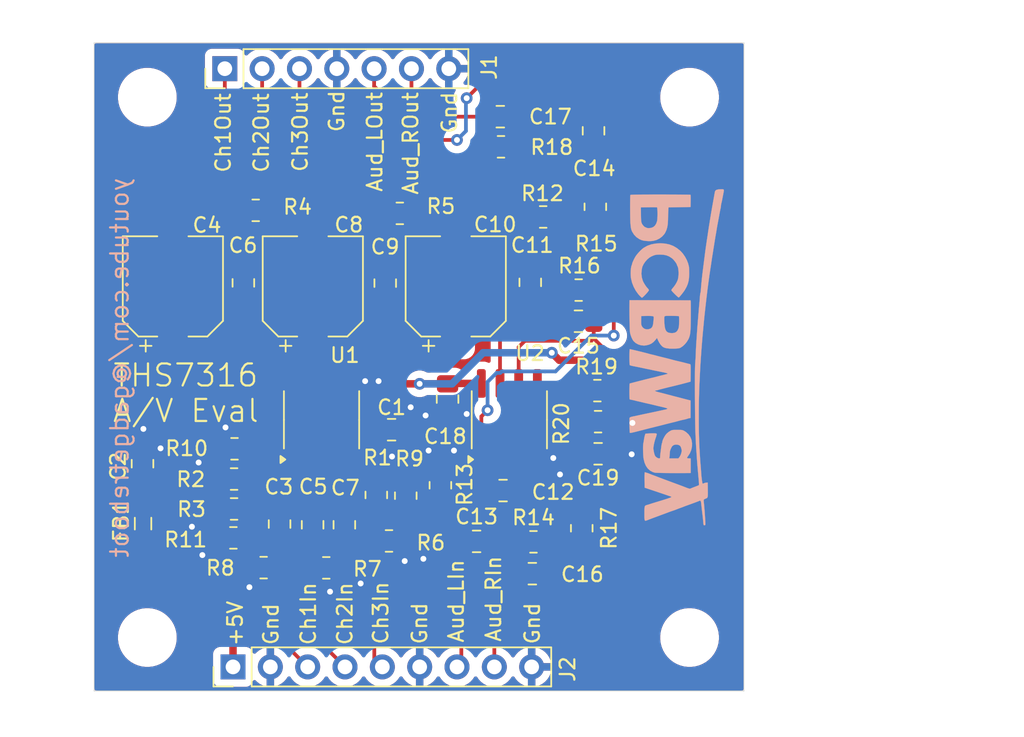
<source format=kicad_pcb>
(kicad_pcb (version 20240108) (generator "pcbnew") (generator_version "8.0")
  (layers (0 "F.Cu" signal) (31 "B.Cu" signal) (34 "B.Paste" user) (35 "F.Paste" user) (36 "B.SilkS" user "B.Silkscreen") (37 "F.SilkS" user "F.Silkscreen") (38 "B.Mask" user) (39 "F.Mask" user) (44 "Edge.Cuts" user))
  (net 0 "")
  (net 1 "GNDREF")
  (net 2 "Net-(J2-Pin_1)")
  (net 3 "VS")
  (net 4 "/CH1_In")
  (net 5 "Net-(U1-CH1_IN)")
  (net 6 "Net-(C4-Pad2)")
  (net 7 "Net-(U1-CH1_OUT)")
  (net 8 "Net-(U1-CH2_IN)")
  (net 9 "/Ch2_In")
  (net 10 "/Ch3_In")
  (net 11 "Net-(U1-CH3_IN)")
  (net 12 "Net-(C8-Pad2)")
  (net 13 "Net-(U1-CH2_OUT)")
  (net 14 "Net-(C10-Pad2)")
  (net 15 "Net-(U1-CH3_OUT)")
  (net 16 "Net-(U2A--)")
  (net 17 "Net-(C12-Pad2)")
  (net 18 "/Audio_LIn")
  (net 19 "Net-(C13-Pad2)")
  (net 20 "Net-(C14-Pad1)")
  (net 21 "/Audio_LOut")
  (net 22 "Net-(U2B--)")
  (net 23 "Net-(C15-Pad2)")
  (net 24 "/Audio_RIn")
  (net 25 "Net-(C16-Pad2)")
  (net 26 "/Audio_ROut")
  (net 27 "Net-(C17-Pad1)")
  (net 28 "/Vref")
  (net 29 "/Ch3_Out")
  (net 30 "/Ch1_Out")
  (net 31 "/Ch2_Out")
  (footprint "Capacitor_SMD:C_0805_2012Metric_Pad1.18x1.45mm_HandSolder" (layer "F.Cu") (at 67.8518 90.6926 90)
    (property "Reference" "C5" (at 2.591201 0.038 180) (layer "F.SilkS"))
    (property "Value" "100nF")
    (pad "1" smd roundrect (at -1.0375 0 90) (size 1.175 1.45) (layers "F.Cu" "F.Paste" "F.Mask") (roundrect_rratio 0.212766) (net 9 "/Ch2_In"))
    (pad "2" smd roundrect (at 1.0375 0 90) (size 1.175 1.45) (layers "F.Cu" "F.Paste" "F.Mask") (roundrect_rratio 0.212766) (net 8 "Net-(U1-CH2_IN)"))
  )
  (footprint "MountingHole:MountingHole_3.5mm" (layer "F.Cu") (at 111.1154 66.6966)
    (property "Reference" "H3" (hide yes))
    (property "Value" "MountingHole")
    (pad "" np_thru_hole circle (at -17.6154 -5.0966) (size 3.5 3.5) (drill 3.5) (layers "F&B.Cu" "*.Mask"))
  )
  (footprint "Capacitor_SMD:C_0805_2012Metric_Pad1.18x1.45mm_HandSolder" (layer "F.Cu") (at 87.2766 85.8626 180)
    (property "Reference" "C19" (at 0.0044 -1.638801 180) (layer "F.SilkS"))
    (property "Value" "10uF")
    (pad "1" smd roundrect (at -1.0375 0 180) (size 1.175 1.45) (layers "F.Cu" "F.Paste" "F.Mask") (roundrect_rratio 0.212766) (net 1 "GNDREF"))
    (pad "2" smd roundrect (at 1.0375 0 180) (size 1.175 1.45) (layers "F.Cu" "F.Paste" "F.Mask") (roundrect_rratio 0.212766) (net 28 "/Vref"))
  )
  (footprint "Capacitor_SMD:C_0805_2012Metric_Pad1.18x1.45mm_HandSolder" (layer "F.Cu") (at 70.011 90.6926 90)
    (property "Reference" "C7" (at 2.515201 0.0632 180) (layer "F.SilkS"))
    (property "Value" "100nF")
    (pad "1" smd roundrect (at -1.0375 0 90) (size 1.175 1.45) (layers "F.Cu" "F.Paste" "F.Mask") (roundrect_rratio 0.212766) (net 10 "/Ch3_In"))
    (pad "2" smd roundrect (at 1.0375 0 90) (size 1.175 1.45) (layers "F.Cu" "F.Paste" "F.Mask") (roundrect_rratio 0.212766) (net 11 "Net-(U1-CH3_IN)"))
  )
  (footprint "Capacitor_SMD:C_0805_2012Metric_Pad1.18x1.45mm_HandSolder" (layer "F.Cu") (at 80.809 88.3646 180)
    (property "Reference" "C12" (at -3.4036 -0.105199 0) (layer "F.SilkS"))
    (property "Value" "1nF")
    (pad "1" smd roundrect (at -1.0375 0 180) (size 1.175 1.45) (layers "F.Cu" "F.Paste" "F.Mask") (roundrect_rratio 0.212766) (net 16 "Net-(U2A--)"))
    (pad "2" smd roundrect (at 1.0375 0 180) (size 1.175 1.45) (layers "F.Cu" "F.Paste" "F.Mask") (roundrect_rratio 0.212766) (net 17 "Net-(C12-Pad2)"))
  )
  (footprint "Connector_PinHeader_2.54mm:PinHeader_1x07_P2.54mm_Vertical" (layer "F.Cu") (at 61.877 59.6594 90)
    (property "Reference" "J1" (at 0.1016 17.99 90) (layer "F.SilkS"))
    (property "Value" "Conn_01x07")
    (pad "1" thru_hole rect (at 0 0 90) (size 1.7 1.7) (drill 1) (layers "*.Cu" "*.Mask") (net 30 "/Ch1_Out"))
    (pad "2" thru_hole oval (at 0 2.54 90) (size 1.7 1.7) (drill 1) (layers "*.Cu" "*.Mask") (net 31 "/Ch2_Out"))
    (pad "3" thru_hole oval (at 0 5.079999 90) (size 1.7 1.7) (drill 1) (layers "*.Cu" "*.Mask") (net 29 "/Ch3_Out"))
    (pad "4" thru_hole oval (at 0 7.62 90) (size 1.7 1.7) (drill 1) (layers "*.Cu" "*.Mask") (net 1 "GNDREF"))
    (pad "5" thru_hole oval (at 0 10.16 90) (size 1.7 1.7) (drill 1) (layers "*.Cu" "*.Mask") (net 21 "/Audio_LOut"))
    (pad "6" thru_hole oval (at 0 12.7 90) (size 1.7 1.7) (drill 1) (layers "*.Cu" "*.Mask") (net 26 "/Audio_ROut"))
    (pad "7" thru_hole oval (at 0 15.24 90) (size 1.7 1.7) (drill 1) (layers "*.Cu" "*.Mask") (net 1 "GNDREF"))
  )
  (footprint "Footprints:L_0805_TDK_MPZ2012S331A" (layer "F.Cu") (at 56.315 90.6126 -90)
    (property "Reference" "FB1" (at -0.1524 1.498 -90) (layer "F.SilkS"))
    (property "Value" "MPZ2012S331A")
    (pad "1" smd roundrect (at -0.9375 0 270) (size 0.875 1.2) (layers "F.Cu" "F.Paste" "F.Mask") (net 3 "VS"))
    (pad "2" smd roundrect (at 0.9375 0 270) (size 0.875 1.2) (layers "F.Cu" "F.Paste" "F.Mask") (net 2 "Net-(J2-Pin_1)"))
  )
  (footprint "MountingHole:MountingHole_3.5mm" (layer "F.Cu") (at 51.7302 67.0366)
    (property "Reference" "H2" (hide yes))
    (property "Value" "MountingHole")
    (pad "" np_thru_hole circle (at 4.8768 -5.4366) (size 3.5 3.5) (drill 3.5) (layers "F&B.Cu" "*.Mask"))
  )
  (footprint "Capacitor_SMD:C_0805_2012Metric_Pad1.18x1.45mm_HandSolder" (layer "F.Cu") (at 80.6218 62.9266 180)
    (property "Reference" "C17" (at -3.4036 -0.003599 0) (layer "F.SilkS"))
    (property "Value" "1uF")
    (pad "1" smd roundrect (at -1.0375 0 180) (size 1.175 1.45) (layers "F.Cu" "F.Paste" "F.Mask") (roundrect_rratio 0.212766) (net 27 "Net-(C17-Pad1)"))
    (pad "2" smd roundrect (at 1.0375 0 180) (size 1.175 1.45) (layers "F.Cu" "F.Paste" "F.Mask") (roundrect_rratio 0.212766) (net 26 "/Audio_ROut"))
  )
  (footprint "MountingHole:MountingHole_3.5mm" (layer "F.Cu") (at 56.607 98.3646)
    (property "Reference" "H1" (hide yes))
    (property "Value" "MountingHole")
    (pad "" np_thru_hole circle (at 0 0) (size 3.5 3.5) (drill 3.5) (layers "*.Cu" "*.Mask"))
  )
  (footprint "Resistor_SMD:R_0805_2012Metric_Pad1.20x1.40mm_HandSolder" (layer "F.Cu") (at 87.225 81.565 180)
    (property "Reference" "R19" (at 0.0536 1.623199 180) (layer "F.SilkS"))
    (property "Value" "10K")
    (pad "1" smd roundrect (at -1 0 180) (size 1.2 1.4) (layers "F.Cu" "F.Paste" "F.Mask") (roundrect_rratio 0.208333) (net 3 "VS"))
    (pad "2" smd roundrect (at 1 0 180) (size 1.2 1.4) (layers "F.Cu" "F.Paste" "F.Mask") (roundrect_rratio 0.208333) (net 28 "/Vref"))
  )
  (footprint "Resistor_SMD:R_0805_2012Metric_Pad1.20x1.40mm_HandSolder" (layer "F.Cu") (at 83.539 69.7482)
    (property "Reference" "R12" (at -0.0508 -1.5992 0) (layer "F.SilkS"))
    (property "Value" "75r")
    (pad "1" smd roundrect (at -1 0) (size 1.2 1.4) (layers "F.Cu" "F.Paste" "F.Mask") (roundrect_rratio 0.208333) (net 14 "Net-(C10-Pad2)"))
    (pad "2" smd roundrect (at 1 0) (size 1.2 1.4) (layers "F.Cu" "F.Paste" "F.Mask") (roundrect_rratio 0.208333) (net 29 "/Ch3_Out"))
  )
  (footprint "Capacitor_SMD:CP_Elec_6.3x7.7" (layer "F.Cu") (at 77.5902 74.4738 90)
    (property "Reference" "C10" (at 4.210401 2.6812 180) (layer "F.SilkS"))
    (property "Value" "220uF")
    (pad "1" smd roundrect (at -2.7 0 90) (size 3.5 1.6) (layers "F.Cu" "F.Paste" "F.Mask") (roundrect_rratio 0.15625) (net 15 "Net-(U1-CH3_OUT)"))
    (pad "2" smd roundrect (at 2.7 0 90) (size 3.5 1.6) (layers "F.Cu" "F.Paste" "F.Mask") (roundrect_rratio 0.15625) (net 14 "Net-(C10-Pad2)"))
  )
  (footprint "Capacitor_SMD:CP_Elec_6.3x7.7" (layer "F.Cu") (at 58.3438 74.4738 90)
    (property "Reference" "C4" (at 4.166401 2.3188 180) (layer "F.SilkS"))
    (property "Value" "220uF")
    (pad "1" smd roundrect (at -2.7 0 90) (size 3.5 1.6) (layers "F.Cu" "F.Paste" "F.Mask") (roundrect_rratio 0.15625) (net 7 "Net-(U1-CH1_OUT)"))
    (pad "2" smd roundrect (at 2.7 0 90) (size 3.5 1.6) (layers "F.Cu" "F.Paste" "F.Mask") (roundrect_rratio 0.15625) (net 6 "Net-(C4-Pad2)"))
  )
  (footprint "Resistor_SMD:R_0805_2012Metric_Pad1.20x1.40mm_HandSolder" (layer "F.Cu") (at 62.5074 87.579)
    (property "Reference" "R2" (at -2.9464 0.0264 0) (layer "F.SilkS"))
    (property "Value" "DNI")
    (pad "1" smd roundrect (at -1 0) (size 1.2 1.4) (layers "F.Cu" "F.Paste" "F.Mask") (roundrect_rratio 0.208333) (net 3 "VS"))
    (pad "2" smd roundrect (at 1 0) (size 1.2 1.4) (layers "F.Cu" "F.Paste" "F.Mask") (roundrect_rratio 0.208333) (net 8 "Net-(U1-CH2_IN)"))
  )
  (footprint "Capacitor_SMD:C_0805_2012Metric_Pad1.18x1.45mm_HandSolder" (layer "F.Cu") (at 56.2782 86.5358 -90)
    (property "Reference" "C2" (at 0.1944 1.663599 -90) (layer "F.SilkS"))
    (property "Value" "22uF")
    (pad "1" smd roundrect (at -1.0375 0 270) (size 1.175 1.45) (layers "F.Cu" "F.Paste" "F.Mask") (roundrect_rratio 0.212766) (net 1 "GNDREF"))
    (pad "2" smd roundrect (at 1.0375 0 270) (size 1.175 1.45) (layers "F.Cu" "F.Paste" "F.Mask") (roundrect_rratio 0.212766) (net 3 "VS"))
  )
  (footprint "Resistor_SMD:R_0805_2012Metric_Pad1.20x1.40mm_HandSolder" (layer "F.Cu") (at 68.7814 93.6242)
    (property "Reference" "R7" (at 2.794 0.0772 0) (layer "F.SilkS"))
    (property "Value" "75r")
    (pad "1" smd roundrect (at -1 0) (size 1.2 1.4) (layers "F.Cu" "F.Paste" "F.Mask") (roundrect_rratio 0.208333) (net 9 "/Ch2_In"))
    (pad "2" smd roundrect (at 1 0) (size 1.2 1.4) (layers "F.Cu" "F.Paste" "F.Mask") (roundrect_rratio 0.208333) (net 1 "GNDREF"))
  )
  (footprint "Resistor_SMD:R_0805_2012Metric_Pad1.20x1.40mm_HandSolder" (layer "F.Cu") (at 64.5178 93.6082 180)
    (property "Reference" "R8" (at 2.9464 -0.0244 0) (layer "F.SilkS"))
    (property "Value" "75r")
    (pad "1" smd roundrect (at -1 0 180) (size 1.2 1.4) (layers "F.Cu" "F.Paste" "F.Mask") (roundrect_rratio 0.208333) (net 4 "/CH1_In"))
    (pad "2" smd roundrect (at 1 0 180) (size 1.2 1.4) (layers "F.Cu" "F.Paste" "F.Mask") (roundrect_rratio 0.208333) (net 1 "GNDREF"))
  )
  (footprint "Resistor_SMD:R_0805_2012Metric_Pad1.20x1.40mm_HandSolder" (layer "F.Cu") (at 72.1842 88.662999 -90)
    (property "Reference" "R1" (at -2.534399 -0.076798 180) (layer "F.SilkS"))
    (property "Value" "DNI")
    (pad "1" smd roundrect (at -1 0 270) (size 1.2 1.4) (layers "F.Cu" "F.Paste" "F.Mask") (roundrect_rratio 0.208333) (net 3 "VS"))
    (pad "2" smd roundrect (at 1 0 270) (size 1.2 1.4) (layers "F.Cu" "F.Paste" "F.Mask") (roundrect_rratio 0.208333) (net 11 "Net-(U1-CH3_IN)"))
  )
  (footprint "Resistor_SMD:R_0805_2012Metric_Pad1.20x1.40mm_HandSolder" (layer "F.Cu") (at 85.9522 74.723 180)
    (property "Reference" "R16" (at -0.0508 1.652 0) (layer "F.SilkS"))
    (property "Value" "10K")
    (pad "1" smd roundrect (at -1 0 180) (size 1.2 1.4) (layers "F.Cu" "F.Paste" "F.Mask") (roundrect_rratio 0.208333) (net 22 "Net-(U2B--)"))
    (pad "2" smd roundrect (at 1 0 180) (size 1.2 1.4) (layers "F.Cu" "F.Paste" "F.Mask") (roundrect_rratio 0.208333) (net 23 "Net-(C15-Pad2)"))
  )
  (footprint "MountingHole:MountingHole_3.5mm" (layer "F.Cu") (at 110.8614 99.783)
    (property "Reference" "H4" (hide yes))
    (property "Value" "MountingHole")
    (pad "" np_thru_hole circle (at -17.3614 -1.4184) (size 3.5 3.5) (drill 3.5) (layers "F&B.Cu" "*.Mask"))
  )
  (footprint "Capacitor_SMD:C_0805_2012Metric_Pad1.18x1.45mm_HandSolder" (layer "F.Cu") (at 82.6598 74.1986 90)
    (property "Reference" "C11" (at 2.530801 0.130399 180) (layer "F.SilkS"))
    (property "Value" "100nF")
    (pad "1" smd roundrect (at -1.0375 0 90) (size 1.175 1.45) (layers "F.Cu" "F.Paste" "F.Mask") (roundrect_rratio 0.212766) (net 15 "Net-(U1-CH3_OUT)"))
    (pad "2" smd roundrect (at 1.0375 0 90) (size 1.175 1.45) (layers "F.Cu" "F.Paste" "F.Mask") (roundrect_rratio 0.212766) (net 14 "Net-(C10-Pad2)"))
  )
  (footprint "Capacitor_SMD:C_0805_2012Metric_Pad1.18x1.45mm_HandSolder" (layer "F.Cu") (at 79.007801 91.823)
    (property "Reference" "C13" (at 0 -1.679999 0) (layer "F.SilkS"))
    (property "Value" "1uF")
    (pad "1" smd roundrect (at -1.0375 0) (size 1.175 1.45) (layers "F.Cu" "F.Paste" "F.Mask") (roundrect_rratio 0.212766) (net 18 "/Audio_LIn"))
    (pad "2" smd roundrect (at 1.0375 0) (size 1.175 1.45) (layers "F.Cu" "F.Paste" "F.Mask") (roundrect_rratio 0.212766) (net 19 "Net-(C13-Pad2)"))
  )
  (footprint "Capacitor_SMD:C_0805_2012Metric_Pad1.18x1.45mm_HandSolder" (layer "F.Cu") (at 65.6038 90.6418 90)
    (property "Reference" "C3" (at 2.5276 -0.0508 180) (layer "F.SilkS"))
    (property "Value" "100nF")
    (pad "1" smd roundrect (at -1.0375 0 90) (size 1.175 1.45) (layers "F.Cu" "F.Paste" "F.Mask") (roundrect_rratio 0.212766) (net 4 "/CH1_In"))
    (pad "2" smd roundrect (at 1.0375 0 90) (size 1.175 1.45) (layers "F.Cu" "F.Paste" "F.Mask") (roundrect_rratio 0.212766) (net 5 "Net-(U1-CH1_IN)"))
  )
  (footprint "Capacitor_SMD:C_0805_2012Metric_Pad1.18x1.45mm_HandSolder" (layer "F.Cu") (at 72.7918 74.2494 90)
    (property "Reference" "C9" (at 2.467201 -0.009201 180) (layer "F.SilkS"))
    (property "Value" "100nF")
    (pad "1" smd roundrect (at -1.0375 0 90) (size 1.175 1.45) (layers "F.Cu" "F.Paste" "F.Mask") (roundrect_rratio 0.212766) (net 13 "Net-(U1-CH2_OUT)"))
    (pad "2" smd roundrect (at 1.0375 0 90) (size 1.175 1.45) (layers "F.Cu" "F.Paste" "F.Mask") (roundrect_rratio 0.212766) (net 12 "Net-(C8-Pad2)"))
  )
  (footprint "Resistor_SMD:R_0805_2012Metric_Pad1.20x1.40mm_HandSolder" (layer "F.Cu") (at 80.669 64.9766)
    (property "Reference" "R18" (at 3.4544 0.0264 0) (layer "F.SilkS"))
    (property "Value" "100r")
    (pad "1" smd roundrect (at -1 0) (size 1.2 1.4) (layers "F.Cu" "F.Paste" "F.Mask") (roundrect_rratio 0.208333) (net 23 "Net-(C15-Pad2)"))
    (pad "2" smd roundrect (at 1 0) (size 1.2 1.4) (layers "F.Cu" "F.Paste" "F.Mask") (roundrect_rratio 0.208333) (net 27 "Net-(C17-Pad1)"))
  )
  (footprint "Resistor_SMD:R_0805_2012Metric_Pad1.20x1.40mm_HandSolder" (layer "F.Cu") (at 74.19 88.7132 90)
    (property "Reference" "R9" (at 2.5096 0.2548 180) (layer "F.SilkS"))
    (property "Value" "DNI")
    (pad "1" smd roundrect (at -1 0 90) (size 1.2 1.4) (layers "F.Cu" "F.Paste" "F.Mask") (roundrect_rratio 0.208333) (net 11 "Net-(U1-CH3_IN)"))
    (pad "2" smd roundrect (at 1 0 90) (size 1.2 1.4) (layers "F.Cu" "F.Paste" "F.Mask") (roundrect_rratio 0.208333) (net 1 "GNDREF"))
  )
  (footprint "Resistor_SMD:R_0805_2012Metric_Pad1.20x1.40mm_HandSolder" (layer "F.Cu") (at 82.8786 91.8534)
    (property "Reference" "R14" (at 0 -1.65 0) (layer "F.SilkS"))
    (property "Value" "10K")
    (pad "1" smd roundrect (at -1 0) (size 1.2 1.4) (layers "F.Cu" "F.Paste" "F.Mask") (roundrect_rratio 0.208333) (net 19 "Net-(C13-Pad2)"))
    (pad "2" smd roundrect (at 1 0) (size 1.2 1.4) (layers "F.Cu" "F.Paste" "F.Mask") (roundrect_rratio 0.208333) (net 16 "Net-(U2A--)"))
  )
  (footprint "Resistor_SMD:R_0805_2012Metric_Pad1.20x1.40mm_HandSolder" (layer "F.Cu") (at 87.0882 69.0578 90)
    (property "Reference" "R15" (at -2.5204 0.0608 180) (layer "F.SilkS"))
    (property "Value" "100r")
    (pad "1" smd roundrect (at -1 0 90) (size 1.2 1.4) (layers "F.Cu" "F.Paste" "F.Mask") (roundrect_rratio 0.208333) (net 17 "Net-(C12-Pad2)"))
    (pad "2" smd roundrect (at 1 0 90) (size 1.2 1.4) (layers "F.Cu" "F.Paste" "F.Mask") (roundrect_rratio 0.208333) (net 20 "Net-(C14-Pad1)"))
  )
  (footprint "Resistor_SMD:R_0805_2012Metric_Pad1.20x1.40mm_HandSolder" (layer "F.Cu") (at 62.5366 85.5238 180)
    (property "Reference" "R10" (at 3.2512 0.0264 0) (layer "F.SilkS"))
    (property "Value" "DNI")
    (pad "1" smd roundrect (at -1 0 180) (size 1.2 1.4) (layers "F.Cu" "F.Paste" "F.Mask") (roundrect_rratio 0.208333) (net 8 "Net-(U1-CH2_IN)"))
    (pad "2" smd roundrect (at 1 0 180) (size 1.2 1.4) (layers "F.Cu" "F.Paste" "F.Mask") (roundrect_rratio 0.208333) (net 1 "GNDREF"))
  )
  (footprint "Resistor_SMD:R_0805_2012Metric_Pad1.20x1.40mm_HandSolder" (layer "F.Cu") (at 62.5074 89.6146)
    (property "Reference" "R3" (at -2.8956 0.0264 0) (layer "F.SilkS"))
    (property "Value" "DNI")
    (pad "1" smd roundrect (at -1 0) (size 1.2 1.4) (layers "F.Cu" "F.Paste" "F.Mask") (roundrect_rratio 0.208333) (net 3 "VS"))
    (pad "2" smd roundrect (at 1 0) (size 1.2 1.4) (layers "F.Cu" "F.Paste" "F.Mask") (roundrect_rratio 0.208333) (net 5 "Net-(U1-CH1_IN)"))
  )
  (footprint "Resistor_SMD:R_0805_2012Metric_Pad1.20x1.40mm_HandSolder" (layer "F.Cu") (at 76.5458 88.003 90)
    (property "Reference" "R13" (at 0.0508 1.652 90) (layer "F.SilkS"))
    (property "Value" "10K")
    (pad "1" smd roundrect (at -1 0 90) (size 1.2 1.4) (layers "F.Cu" "F.Paste" "F.Mask") (roundrect_rratio 0.208333) (net 16 "Net-(U2A--)"))
    (pad "2" smd roundrect (at 1 0 90) (size 1.2 1.4) (layers "F.Cu" "F.Paste" "F.Mask") (roundrect_rratio 0.208333) (net 17 "Net-(C12-Pad2)"))
  )
  (footprint "Resistor_SMD:R_0805_2012Metric_Pad1.20x1.40mm_HandSolder" (layer "F.Cu") (at 73.0486 91.7918)
    (property "Reference" "R6" (at 2.8448 0.128 0) (layer "F.SilkS"))
    (property "Value" "75r")
    (pad "1" smd roundrect (at -1 0) (size 1.2 1.4) (layers "F.Cu" "F.Paste" "F.Mask") (roundrect_rratio 0.208333) (net 10 "/Ch3_In"))
    (pad "2" smd roundrect (at 1 0) (size 1.2 1.4) (layers "F.Cu" "F.Paste" "F.Mask") (roundrect_rratio 0.208333) (net 1 "GNDREF"))
  )
  (footprint "Capacitor_SMD:C_0805_2012Metric_Pad1.18x1.45mm_HandSolder" (layer "F.Cu") (at 85.9398 76.8454 180)
    (property "Reference" "C15" (at 0 -1.679999 0) (layer "F.SilkS"))
    (property "Value" "1nF")
    (pad "1" smd roundrect (at -1.0375 0 180) (size 1.175 1.45) (layers "F.Cu" "F.Paste" "F.Mask") (roundrect_rratio 0.212766) (net 22 "Net-(U2B--)"))
    (pad "2" smd roundrect (at 1.0375 0 180) (size 1.175 1.45) (layers "F.Cu" "F.Paste" "F.Mask") (roundrect_rratio 0.212766) (net 23 "Net-(C15-Pad2)"))
  )
  (footprint "Capacitor_SMD:C_0805_2012Metric_Pad1.18x1.45mm_HandSolder" (layer "F.Cu") (at 73.2238 84.2246 180)
    (property "Reference" "C1" (at 0 1.520401 0) (layer "F.SilkS"))
    (property "Value" "100nF")
    (pad "1" smd roundrect (at -1.0375 0 180) (size 1.175 1.45) (layers "F.Cu" "F.Paste" "F.Mask") (roundrect_rratio 0.212766) (net 1 "GNDREF"))
    (pad "2" smd roundrect (at 1.0375 0 180) (size 1.175 1.45) (layers "F.Cu" "F.Paste" "F.Mask") (roundrect_rratio 0.212766) (net 3 "VS"))
  )
  (footprint "Resistor_SMD:R_0805_2012Metric_Pad1.20x1.40mm_HandSolder" (layer "F.Cu") (at 86.163 90.927 90)
    (property "Reference" "R17" (at 0 1.8552 90) (layer "F.SilkS"))
    (property "Value" "10K")
    (pad "1" smd roundrect (at -1 0 90) (size 1.2 1.4) (layers "F.Cu" "F.Paste" "F.Mask") (roundrect_rratio 0.208333) (net 25 "Net-(C16-Pad2)"))
    (pad "2" smd roundrect (at 1 0 90) (size 1.2 1.4) (layers "F.Cu" "F.Paste" "F.Mask") (roundrect_rratio 0.208333) (net 22 "Net-(U2B--)"))
  )
  (footprint "Package_SO:SOIC-8_3.9x4.9mm_P1.27mm" (layer "F.Cu") (at 68.4594 83.551 90)
    (property "Reference" "U1" (at 4.3956 1.5852 180) (layer "F.SilkS"))
    (property "Value" "THS7316")
    (pad "1" smd roundrect (at -2.475 -1.905 90) (size 1.95 0.6) (layers "F.Cu" "F.Paste" "F.Mask") (net 5 "Net-(U1-CH1_IN)"))
    (pad "2" smd roundrect (at -2.475 -0.635 90) (size 1.95 0.6) (layers "F.Cu" "F.Paste" "F.Mask") (net 8 "Net-(U1-CH2_IN)"))
    (pad "3" smd roundrect (at -2.475 0.635 90) (size 1.95 0.6) (layers "F.Cu" "F.Paste" "F.Mask") (net 11 "Net-(U1-CH3_IN)"))
    (pad "4" smd roundrect (at -2.475 1.905 90) (size 1.95 0.6) (layers "F.Cu" "F.Paste" "F.Mask") (net 3 "VS"))
    (pad "5" smd roundrect (at 2.475 1.905 90) (size 1.95 0.6) (layers "F.Cu" "F.Paste" "F.Mask") (net 1 "GNDREF"))
    (pad "6" smd roundrect (at 2.475 0.635 90) (size 1.95 0.6) (layers "F.Cu" "F.Paste" "F.Mask") (net 15 "Net-(U1-CH3_OUT)"))
    (pad "7" smd roundrect (at 2.475 -0.635 90) (size 1.95 0.6) (layers "F.Cu" "F.Paste" "F.Mask") (net 13 "Net-(U1-CH2_OUT)"))
    (pad "8" smd roundrect (at 2.475 -1.905 90) (size 1.95 0.6) (layers "F.Cu" "F.Paste" "F.Mask") (net 7 "Net-(U1-CH1_OUT)"))
  )
  (footprint "Capacitor_SMD:CP_Elec_6.3x7.7" (layer "F.Cu") (at 67.8654 74.473801 90)
    (property "Reference" "C8" (at 4.188402 2.449201 180) (layer "F.SilkS"))
    (property "Value" "220uF")
    (pad "1" smd roundrect (at -2.7 0 90) (size 3.5 1.6) (layers "F.Cu" "F.Paste" "F.Mask") (roundrect_rratio 0.15625) (net 13 "Net-(U1-CH2_OUT)"))
    (pad "2" smd roundrect (at 2.7 0 90) (size 3.5 1.6) (layers "F.Cu" "F.Paste" "F.Mask") (roundrect_rratio 0.15625) (net 12 "Net-(C8-Pad2)"))
  )
  (footprint "Capacitor_SMD:C_0805_2012Metric_Pad1.18x1.45mm_HandSolder" (layer "F.Cu") (at 82.8018 94.0198)
    (property "Reference" "C16" (at 3.4036 0.0472 0) (layer "F.SilkS"))
    (property "Value" "1uF")
    (pad "1" smd roundrect (at -1.0375 0) (size 1.175 1.45) (layers "F.Cu" "F.Paste" "F.Mask") (roundrect_rratio 0.212766) (net 24 "/Audio_RIn"))
    (pad "2" smd roundrect (at 1.0375 0) (size 1.175 1.45) (layers "F.Cu" "F.Paste" "F.Mask") (roundrect_rratio 0.212766) (net 25 "Net-(C16-Pad2)"))
  )
  (footprint "Capacitor_SMD:C_0805_2012Metric_Pad1.18x1.45mm_HandSolder" (layer "F.Cu") (at 77.0338 82.1394 90)
    (property "Reference" "C18" (at -2.54 -0.156 0) (layer "F.SilkS"))
    (property "Value" "100nF")
    (pad "1" smd roundrect (at -1.0375 0 90) (size 1.175 1.45) (layers "F.Cu" "F.Paste" "F.Mask") (roundrect_rratio 0.212766) (net 1 "GNDREF"))
    (pad "2" smd roundrect (at 1.0375 0 90) (size 1.175 1.45) (layers "F.Cu" "F.Paste" "F.Mask") (roundrect_rratio 0.212766) (net 3 "VS"))
  )
  (footprint "Resistor_SMD:R_0805_2012Metric_Pad1.20x1.40mm_HandSolder" (layer "F.Cu") (at 63.9806 69.2982)
    (property "Reference" "R4" (at 2.8448 -0.2276 0) (layer "F.SilkS"))
    (property "Value" "75r")
    (pad "1" smd roundrect (at -1 0) (size 1.2 1.4) (layers "F.Cu" "F.Paste" "F.Mask") (roundrect_rratio 0.208333) (net 6 "Net-(C4-Pad2)"))
    (pad "2" smd roundrect (at 1 0) (size 1.2 1.4) (layers "F.Cu" "F.Paste" "F.Mask") (roundrect_rratio 0.208333) (net 30 "/Ch1_Out"))
  )
  (footprint "Package_SO:SOIC-8_3.9x4.9mm_P1.27mm" (layer "F.Cu") (at 81.237 83.551 90)
    (property "Reference" "U2" (at 4.524 1.406 180) (layer "F.SilkS"))
    (property "Value" "NE5532")
    (pad "1" smd roundrect (at -2.475 -1.905 90) (size 1.95 0.6) (layers "F.Cu" "F.Paste" "F.Mask") (net 17 "Net-(C12-Pad2)"))
    (pad "2" smd roundrect (at -2.475 -0.635 90) (size 1.95 0.6) (layers "F.Cu" "F.Paste" "F.Mask") (net 16 "Net-(U2A--)"))
    (pad "3" smd roundrect (at -2.475 0.635 90) (size 1.95 0.6) (layers "F.Cu" "F.Paste" "F.Mask") (net 28 "/Vref"))
    (pad "4" smd roundrect (at -2.475 1.905 90) (size 1.95 0.6) (layers "F.Cu" "F.Paste" "F.Mask") (net 1 "GNDREF"))
    (pad "5" smd roundrect (at 2.475 1.905 90) (size 1.95 0.6) (layers "F.Cu" "F.Paste" "F.Mask") (net 28 "/Vref"))
    (pad "6" smd roundrect (at 2.475 0.635 90) (size 1.95 0.6) (layers "F.Cu" "F.Paste" "F.Mask") (net 22 "Net-(U2B--)"))
    (pad "7" smd roundrect (at 2.475 -0.635 90) (size 1.95 0.6) (layers "F.Cu" "F.Paste" "F.Mask") (net 23 "Net-(C15-Pad2)"))
    (pad "8" smd roundrect (at 2.475 -1.905 90) (size 1.95 0.6) (layers "F.Cu" "F.Paste" "F.Mask") (net 3 "VS"))
  )
  (footprint "Resistor_SMD:R_0805_2012Metric_Pad1.20x1.40mm_HandSolder" (layer "F.Cu") (at 87.273 83.6782)
    (property "Reference" "R20" (at -2.495201 0.1368 90) (layer "F.SilkS"))
    (property "Value" "10K")
    (pad "1" smd roundrect (at -1 0) (size 1.2 1.4) (layers "F.Cu" "F.Paste" "F.Mask") (roundrect_rratio 0.208333) (net 28 "/Vref"))
    (pad "2" smd roundrect (at 1 0) (size 1.2 1.4) (layers "F.Cu" "F.Paste" "F.Mask") (roundrect_rratio 0.208333) (net 1 "GNDREF"))
  )
  (footprint "Resistor_SMD:R_0805_2012Metric_Pad1.20x1.40mm_HandSolder" (layer "F.Cu") (at 73.785 69.505)
    (property "Reference" "R5" (at 2.794 -0.4816 0) (layer "F.SilkS"))
    (property "Value" "75r")
    (pad "1" smd roundrect (at -1 0) (size 1.2 1.4) (layers "F.Cu" "F.Paste" "F.Mask") (roundrect_rratio 0.208333) (net 12 "Net-(C8-Pad2)"))
    (pad "2" smd roundrect (at 1 0) (size 1.2 1.4) (layers "F.Cu" "F.Paste" "F.Mask") (roundrect_rratio 0.208333) (net 31 "/Ch2_Out"))
  )
  (footprint "Resistor_SMD:R_0805_2012Metric_Pad1.20x1.40mm_HandSolder" (layer "F.Cu") (at 62.4602 91.5834 180)
    (property "Reference" "R11" (at 3.2512 -0.126 0) (layer "F.SilkS"))
    (property "Value" "DNI")
    (pad "1" smd roundrect (at -1 0 180) (size 1.2 1.4) (layers "F.Cu" "F.Paste" "F.Mask") (roundrect_rratio 0.208333) (net 5 "Net-(U1-CH1_IN)"))
    (pad "2" smd roundrect (at 1 0 180) (size 1.2 1.4) (layers "F.Cu" "F.Paste" "F.Mask") (roundrect_rratio 0.208333) (net 1 "GNDREF"))
  )
  (footprint "Capacitor_SMD:C_0805_2012Metric_Pad1.18x1.45mm_HandSolder" (layer "F.Cu") (at 63.1402 74.2334 90)
    (property "Reference" "C6" (at 2.553201 -0.0256 180) (layer "F.SilkS"))
    (property "Value" "100nF")
    (pad "1" smd roundrect (at -1.0375 0 90) (size 1.175 1.45) (layers "F.Cu" "F.Paste" "F.Mask") (roundrect_rratio 0.212766) (net 7 "Net-(U1-CH1_OUT)"))
    (pad "2" smd roundrect (at 1.0375 0 90) (size 1.175 1.45) (layers "F.Cu" "F.Paste" "F.Mask") (roundrect_rratio 0.212766) (net 6 "Net-(C4-Pad2)"))
  )
  (footprint "Connector_PinHeader_2.54mm:PinHeader_1x09_P2.54mm_Vertical" (layer "F.Cu") (at 62.4358 100.3626 90)
    (property "Reference" "J2" (at -0.1524 22.7652 90) (layer "F.SilkS"))
    (property "Value" "Conn_01x09")
    (pad "1" thru_hole rect (at 0 0 90) (size 1.7 1.7) (drill 1) (layers "*.Cu" "*.Mask") (net 2 "Net-(J2-Pin_1)"))
    (pad "2" thru_hole oval (at 0 2.54 90) (size 1.7 1.7) (drill 1) (layers "*.Cu" "*.Mask") (net 1 "GNDREF"))
    (pad "3" thru_hole oval (at 0 5.079999 90) (size 1.7 1.7) (drill 1) (layers "*.Cu" "*.Mask") (net 4 "/CH1_In"))
    (pad "4" thru_hole oval (at 0 7.62 90) (size 1.7 1.7) (drill 1) (layers "*.Cu" "*.Mask") (net 9 "/Ch2_In"))
    (pad "5" thru_hole oval (at 0 10.16 90) (size 1.7 1.7) (drill 1) (layers "*.Cu" "*.Mask") (net 10 "/Ch3_In"))
    (pad "6" thru_hole oval (at 0 12.7 90) (size 1.7 1.7) (drill 1) (layers "*.Cu" "*.Mask") (net 1 "GNDREF"))
    (pad "7" thru_hole oval (at 0 15.24 90) (size 1.7 1.7) (drill 1) (layers "*.Cu" "*.Mask") (net 18 "/Audio_LIn"))
    (pad "8" thru_hole oval (at 0 17.780001 90) (size 1.7 1.7) (drill 1) (layers "*.Cu" "*.Mask") (net 24 "/Audio_RIn"))
    (pad "9" thru_hole oval (at 0 20.32 90) (size 1.7 1.7) (drill 1) (layers "*.Cu" "*.Mask") (net 1 "GNDREF"))
  )
  (footprint "Capacitor_SMD:C_0805_2012Metric_Pad1.18x1.45mm_HandSolder" (layer "F.Cu") (at 86.9654 63.8862 90)
    (property "Reference" "C14" (at -2.561599 0.0412 180) (layer "F.SilkS"))
    (property "Value" "1uF")
    (pad "1" smd roundrect (at -1.0375 0 90) (size 1.175 1.45) (layers "F.Cu" "F.Paste" "F.Mask") (roundrect_rratio 0.212766) (net 20 "Net-(C14-Pad1)"))
    (pad "2" smd roundrect (at 1.0375 0 90) (size 1.175 1.45) (layers "F.Cu" "F.Paste" "F.Mask") (roundrect_rratio 0.212766) (net 21 "/Audio_LOut"))
  )
  (footprint "_Custom_Footprints:pcb way logo" (layer "B.Cu") (at 93.2984 79.2956 -90)
    (property "Reference" "G***" (hide yes))
    (property "Value" "LOGO" (hide yes))
  )
  (gr_line (start 52.9844 102) (end 52.9844 57.9) (stroke (width 0.05)) (layer "Edge.Cuts"))
  (gr_line (start 97.2 102) (end 52.9844 102) (stroke (width 0.05)) (layer "Edge.Cuts"))
  (gr_line (start 52.9844 57.9) (end 97.2 57.9) (stroke (width 0.05)) (layer "Edge.Cuts"))
  (gr_line (start 97.2 57.9) (end 97.2 102) (stroke (width 0.05)) (layer "Edge.Cuts"))
  (gr_text "youtube.com/@gadgetreboot" (at 54.7226 80.0028 90) (layer "B.SilkS") (effects (font (size 1.2 1.2)) (justify mirror)))
  (gr_text "THS7316\nA/V Eval" (at 59.221 81.7352 0) (layer "F.SilkS") (effects (font (size 1.5 1.5))))
  (gr_text "Gnd" (at 82.8002 97.4036 90) (layer "F.SilkS") (effects (font (size 1 1))))
  (gr_text "Ch1In" (at 67.5602 96.7432 90) (layer "F.SilkS") (effects (font (size 1 1))))
  (gr_text "Aud_ROut" (at 74.5198 64.7392 90) (layer "F.SilkS") (effects (font (size 1 1))))
  (gr_text "Gnd" (at 75.1294 97.4036 90) (layer "F.SilkS") (effects (font (size 1 1))))
  (gr_text "Gnd" (at 69.4906 62.5548 90) (layer "F.SilkS") (effects (font (size 1 1))))
  (gr_text "Gnd" (at 65.0202 97.4544 90) (layer "F.SilkS") (effects (font (size 1 1))))
  (gr_text "Ch3Out" (at 67.0014 63.9772 90) (layer "F.SilkS") (effects (font (size 1 1))))
  (gr_text "+5V" (at 62.5818 97.4036 90) (layer "F.SilkS") (effects (font (size 1 1))))
  (gr_text "Ch3In" (at 72.4878 96.6924 90) (layer "F.SilkS") (effects (font (size 1 1))))
  (gr_text "Ch1Out" (at 61.769 64.028 90) (layer "F.SilkS") (effects (font (size 1 1))))
  (gr_text "Gnd" (at 77.1614 62.6564 90) (layer "F.SilkS") (effects (font (size 1 1))))
  (gr_text "Ch2In" (at 70.0494 96.7432 90) (layer "F.SilkS") (effects (font (size 1 1))))
  (gr_text "Aud_RIn" (at 80.1586 95.7272 90) (layer "F.SilkS") (effects (font (size 1 1))))
  (gr_text "Aud_LOut" (at 72.0814 64.6376 90) (layer "F.SilkS") (effects (font (size 1 1))))
  (gr_text "Aud_LIn" (at 77.6186 95.8796 90) (layer "F.SilkS") (effects (font (size 1 1))))
  (gr_text "Ch2Out" (at 64.3598 64.028 90) (layer "F.SilkS") (effects (font (size 1 1))))
  (via (at 57.5056 85.49) (size 0.8) (drill 0.4) (layers "F.Cu" "B.Cu") (net 1))
  (via (at 63.5508 94.9388) (size 0.8) (drill 0.4) (layers "F.Cu" "B.Cu") (net 1))
  (via (at 61.9252 84.0676) (size 0.8) (drill 0.4) (layers "F.Cu" "B.Cu") (net 1))
  (via (at 78.3336 83.1532) (size 0.8) (drill 0.4) (layers "F.Cu" "B.Cu") (net 1))
  (via (at 75.5396 83.2548) (size 0.8) (drill 0.4) (layers "F.Cu" "B.Cu") (net 1))
  (via (at 77.47 85.6424) (size 0.8) (drill 0.4) (layers "F.Cu" "B.Cu") (net 1))
  (via (at 89.5604 85.8964) (size 0.8) (drill 0.4) (layers "F.Cu" "B.Cu") (net 1))
  (via (at 74.5236 82.696) (size 0.8) (drill 0.4) (layers "F.Cu" "B.Cu") (net 1))
  (via (at 75.3872 93.0084) (size 0.8) (drill 0.4) (layers "F.Cu" "B.Cu") (net 1))
  (via (at 56.3372 84.1692) (size 0.8) (drill 0.4) (layers "F.Cu" "B.Cu") (net 1))
  (via (at 60.0964 86.4552) (size 0.8) (drill 0.4) (layers "F.Cu" "B.Cu") (net 1))
  (via (at 59.6392 90.824) (size 0.8) (drill 0.4) (layers "F.Cu" "B.Cu") (net 1))
  (via (at 72.3392 80.918) (size 0.8) (drill 0.4) (layers "F.Cu" "B.Cu") (net 1))
  (via (at 89.6112 83.7628) (size 0.8) (drill 0.4) (layers "F.Cu" "B.Cu") (net 1))
  (via (at 84.2264 86.1504) (size 0.8) (drill 0.4) (layers "F.Cu" "B.Cu") (net 1))
  (via (at 69.0372 95.2436) (size 0.8) (drill 0.4) (layers "F.Cu" "B.Cu") (net 1))
  (via (at 60.3504 92.7544) (size 0.8) (drill 0.4) (layers "F.Cu" "B.Cu") (net 1))
  (via (at 73.2536 86.0488) (size 0.8) (drill 0.4) (layers "F.Cu" "B.Cu") (net 1))
  (via (at 71.12 94.6848) (size 0.8) (drill 0.4) (layers "F.Cu" "B.Cu") (net 1))
  (via (at 71.4248 80.918) (size 0.8) (drill 0.4) (layers "F.Cu" "B.Cu") (net 1))
  (via (at 74.1172 93.1608) (size 0.8) (drill 0.4) (layers "F.Cu" "B.Cu") (net 1))
  (via (at 75.7428 85.6424) (size 0.8) (drill 0.4) (layers "F.Cu" "B.Cu") (net 1))
  (via (at 84.6836 87.268) (size 0.8) (drill 0.4) (layers "F.Cu" "B.Cu") (net 1))
  (segment (start 62.4358 100.3626) (end 62.4358 96.4654) (width 0.508) (layer "F.Cu") (net 2))
  (segment (start 57.5205 91.5501) (end 56.315 91.5501) (width 0.508) (layer "F.Cu") (net 2))
  (segment (start 62.4358 96.4654) (end 57.5205 91.5501) (width 0.508) (layer "F.Cu") (net 2))
  (segment (start 84.1248 78.9876) (end 84.6328 79.4956) (width 0.508) (layer "F.Cu") (net 3))
  (segment (start 72.1842 84.2267) (end 72.1863 84.2246) (width 0.508) (layer "F.Cu") (net 3))
  (segment (start 71.9836 82.7468) (end 73.6285 81.1019) (width 0.508) (layer "F.Cu") (net 3))
  (segment (start 72.1842 87.662999) (end 72.1842 84.2267) (width 0.508) (layer "F.Cu") (net 3))
  (segment (start 70.3644 86.026) (end 70.3644 84.5692) (width 0.508) (layer "F.Cu") (net 3))
  (segment (start 84.6328 79.4956) (end 87.1728 79.4956) (width 0.508) (layer "F.Cu") (net 3))
  (segment (start 56.2782 87.5733) (end 58.9788 87.5733) (width 0.508) (layer "F.Cu") (net 3))
  (segment (start 71.9836 83.1024) (end 71.9836 82.7468) (width 0.508) (layer "F.Cu") (net 3))
  (segment (start 88.225 80.5478) (end 88.225 81.565) (width 0.508) (layer "F.Cu") (net 3))
  (segment (start 60.5028 82.8992) (end 71.7804 82.8992) (width 0.508) (layer "F.Cu") (net 3))
  (segment (start 70.3644 84.5692) (end 70.709 84.2246) (width 0.508) (layer "F.Cu") (net 3))
  (segment (start 61.5017 87.5733) (end 61.5074 87.579) (width 0.508) (layer "F.Cu") (net 3))
  (segment (start 71.7804 82.8992) (end 71.9836 83.1024) (width 0.508) (layer "F.Cu") (net 3))
  (segment (start 70.709 84.2246) (end 72.1863 84.2246) (width 0.508) (layer "F.Cu") (net 3))
  (segment (start 58.9788 87.5733) (end 61.5017 87.5733) (width 0.508) (layer "F.Cu") (net 3))
  (segment (start 72.1863 84.2246) (end 72.1863 82.5441) (width 0.508) (layer "F.Cu") (net 3))
  (segment (start 61.5074 87.579) (end 61.5074 89.6146) (width 0.508) (layer "F.Cu") (net 3))
  (segment (start 58.9788 87.5733) (end 58.9788 84.4232) (width 0.508) (layer "F.Cu") (net 3))
  (segment (start 58.9788 84.4232) (end 60.5028 82.8992) (width 0.508) (layer "F.Cu") (net 3))
  (segment (start 73.6285 81.1019) (end 75.1332 81.1019) (width 0.508) (layer "F.Cu") (net 3))
  (segment (start 72.1863 82.5441) (end 71.9836 82.7468) (width 0.508) (layer "F.Cu") (net 3))
  (segment (start 75.1332 81.1019) (end 77.0338 81.1019) (width 0.508) (layer "F.Cu") (net 3))
  (segment (start 87.1728 79.4956) (end 88.225 80.5478) (width 0.508) (layer "F.Cu") (net 3))
  (segment (start 77.0597 81.076) (end 77.0338 81.1019) (width 0.508) (layer "F.Cu") (net 3))
  (segment (start 56.315 89.4626) (end 56.315 87.6101) (width 0.508) (layer "F.Cu") (net 3))
  (segment (start 79.332 81.076) (end 77.0597 81.076) (width 0.508) (layer "F.Cu") (net 3))
  (segment (start 56.315 87.6101) (end 56.2782 87.5733) (width 0.508) (layer "F.Cu") (net 3))
  (via (at 75.1332 81.1019) (size 0.8) (drill 0.4) (layers "F.Cu" "B.Cu") (net 3))
  (via (at 84.1248 78.9876) (size 0.8) (drill 0.4) (layers "F.Cu" "B.Cu") (net 3))
  (segment (start 79.4512 78.9876) (end 77.3369 81.1019) (width 0.508) (layer "B.Cu") (net 3))
  (segment (start 77.3369 81.1019) (end 75.1332 81.1019) (width 0.508) (layer "B.Cu") (net 3))
  (segment (start 84.1248 78.9876) (end 79.4512 78.9876) (width 0.508) (layer "B.Cu") (net 3))
  (segment (start 65.5178 98.364601) (end 67.515799 100.3626) (width 0.254) (layer "F.Cu") (net 4))
  (segment (start 65.5178 93.6082) (end 65.5178 98.364601) (width 0.254) (layer "F.Cu") (net 4))
  (segment (start 65.6038 91.6793) (end 65.6038 93.5222) (width 0.254) (layer "F.Cu") (net 4))
  (segment (start 65.6038 93.5222) (end 65.5178 93.6082) (width 0.254) (layer "F.Cu") (net 4))
  (segment (start 65.6038 88.3138) (end 65.6038 89.6043) (width 0.254) (layer "F.Cu") (net 5))
  (segment (start 63.5074 89.6146) (end 65.5935 89.6146) (width 0.254) (layer "F.Cu") (net 5))
  (segment (start 63.4602 91.5834) (end 63.4602 89.6618) (width 0.254) (layer "F.Cu") (net 5))
  (segment (start 65.5935 89.6146) (end 65.6038 89.6043) (width 0.254) (layer "F.Cu") (net 5))
  (segment (start 66.5544 87.3632) (end 65.6038 88.3138) (width 0.254) (layer "F.Cu") (net 5))
  (segment (start 63.4602 89.6618) (end 63.5074 89.6146) (width 0.254) (layer "F.Cu") (net 5))
  (segment (start 66.5544 86.026) (end 66.5544 87.3632) (width 0.254) (layer "F.Cu") (net 5))
  (segment (start 61.4675 73.1959) (end 60.0454 71.7738) (width 0.254) (layer "F.Cu") (net 6))
  (segment (start 62.9806 69.2982) (end 62.9806 73.0363) (width 0.254) (layer "F.Cu") (net 6))
  (segment (start 62.9806 73.0363) (end 63.1402 73.1959) (width 0.254) (layer "F.Cu") (net 6))
  (segment (start 63.1402 73.1959) (end 61.4675 73.1959) (width 0.254) (layer "F.Cu") (net 6))
  (segment (start 60.0454 71.7738) (end 58.3438 71.7738) (width 0.254) (layer "F.Cu") (net 6))
  (segment (start 63.1402 75.2709) (end 61.3239 75.2709) (width 0.254) (layer "F.Cu") (net 7))
  (segment (start 59.086 81.076) (end 58.3438 80.3338) (width 0.254) (layer "F.Cu") (net 7))
  (segment (start 58.3438 80.3338) (end 58.3438 77.1738) (width 0.254) (layer "F.Cu") (net 7))
  (segment (start 61.3239 75.2709) (end 59.421 77.1738) (width 0.254) (layer "F.Cu") (net 7))
  (segment (start 66.5544 81.076) (end 59.086 81.076) (width 0.254) (layer "F.Cu") (net 7))
  (segment (start 59.421 77.1738) (end 58.3438 77.1738) (width 0.254) (layer "F.Cu") (net 7))
  (segment (start 63.5366 85.5238) (end 63.5366 87.5498) (width 0.254) (layer "F.Cu") (net 8))
  (segment (start 67.564 84.22) (end 66.0908 84.22) (width 0.254) (layer "F.Cu") (net 8))
  (segment (start 66.0908 84.22) (end 64.787 85.5238) (width 0.254) (layer "F.Cu") (net 8))
  (segment (start 63.5366 87.5498) (end 63.5074 87.579) (width 0.254) (layer "F.Cu") (net 8))
  (segment (start 67.8244 89.6277) (end 67.8518 89.6551) (width 0.254) (layer "F.Cu") (net 8))
  (segment (start 67.8244 86.026) (end 67.8244 84.4804) (width 0.254) (layer "F.Cu") (net 8))
  (segment (start 67.8244 84.4804) (end 67.564 84.22) (width 0.254) (layer "F.Cu") (net 8))
  (segment (start 64.787 85.5238) (end 63.5366 85.5238) (width 0.254) (layer "F.Cu") (net 8))
  (segment (start 67.8244 86.026) (end 67.8244 89.6277) (width 0.254) (layer "F.Cu") (net 8))
  (segment (start 67.7814 98.0882) (end 70.0558 100.3626) (width 0.254) (layer "F.Cu") (net 9))
  (segment (start 67.7814 93.6242) (end 67.7814 98.0882) (width 0.254) (layer "F.Cu") (net 9))
  (segment (start 67.8518 93.5538) (end 67.7814 93.6242) (width 0.254) (layer "F.Cu") (net 9))
  (segment (start 67.8518 91.7301) (end 67.8518 93.5538) (width 0.254) (layer "F.Cu") (net 9))
  (segment (start 72.0486 91.7918) (end 72.0486 99.8154) (width 0.254) (layer "F.Cu") (net 10))
  (segment (start 72.0486 91.7918) (end 70.0727 91.7918) (width 0.254) (layer "F.Cu") (net 10))
  (segment (start 72.0486 99.8154) (end 72.5958 100.3626) (width 0.254) (layer "F.Cu") (net 10))
  (segment (start 70.0727 91.7918) (end 70.011 91.7301) (width 0.254) (layer "F.Cu") (net 10))
  (segment (start 70.011 88.5466) (end 70.011 89.6551) (width 0.254) (layer "F.Cu") (net 11))
  (segment (start 69.0944 87.63) (end 70.011 88.5466) (width 0.254) (layer "F.Cu") (net 11))
  (segment (start 74.139799 89.662999) (end 74.19 89.7132) (width 0.254) (layer "F.Cu") (net 11))
  (segment (start 72.1842 89.662999) (end 74.139799 89.662999) (width 0.254) (layer "F.Cu") (net 11))
  (segment (start 72.176301 89.6551) (end 72.1842 89.662999) (width 0.254) (layer "F.Cu") (net 11))
  (segment (start 69.0944 86.026) (end 69.0944 87.63) (width 0.254) (layer "F.Cu") (net 11))
  (segment (start 70.011 89.6551) (end 72.176301 89.6551) (width 0.254) (layer "F.Cu") (net 11))
  (segment (start 72.785 69.505) (end 72.785 73.2051) (width 0.254) (layer "F.Cu") (net 12))
  (segment (start 72.785 73.2051) (end 72.7918 73.2119) (width 0.254) (layer "F.Cu") (net 12))
  (segment (start 72.7918 73.2119) (end 70.7291 73.2119) (width 0.254) (layer "F.Cu") (net 12))
  (segment (start 70.7291 73.2119) (end 69.291001 71.773801) (width 0.254) (layer "F.Cu") (net 12))
  (segment (start 69.291001 71.773801) (end 67.8654 71.773801) (width 0.254) (layer "F.Cu") (net 12))
  (segment (start 67.8244 81.076) (end 67.8244 77.214801) (width 0.254) (layer "F.Cu") (net 13))
  (segment (start 67.8244 77.214801) (end 67.8654 77.173801) (width 0.254) (layer "F.Cu") (net 13))
  (segment (start 70.9091 75.2869) (end 69.022199 77.173801) (width 0.254) (layer "F.Cu") (net 13))
  (segment (start 72.7918 75.2869) (end 70.9091 75.2869) (width 0.254) (layer "F.Cu") (net 13))
  (segment (start 69.022199 77.173801) (end 67.8654 77.173801) (width 0.254) (layer "F.Cu") (net 13))
  (segment (start 82.6598 73.1611) (end 80.2287 73.1611) (width 0.254) (layer "F.Cu") (net 14))
  (segment (start 80.2287 73.1611) (end 78.8414 71.7738) (width 0.254) (layer "F.Cu") (net 14))
  (segment (start 82.6598 69.869) (end 82.539 69.7482) (width 0.254) (layer "F.Cu") (net 14))
  (segment (start 82.6598 73.1611) (end 82.6598 69.869) (width 0.254) (layer "F.Cu") (net 14))
  (segment (start 78.8414 71.7738) (end 77.5902 71.7738) (width 0.254) (layer "F.Cu") (net 14))
  (segment (start 69.0944 81.076) (end 69.0944 79.8956) (width 0.254) (layer "F.Cu") (net 15))
  (segment (start 82.6598 75.2361) (end 80.6627 75.2361) (width 0.254) (layer "F.Cu") (net 15))
  (segment (start 71.8162 77.1738) (end 77.5902 77.1738) (width 0.254) (layer "F.Cu") (net 15))
  (segment (start 80.6627 75.2361) (end 78.725 77.1738) (width 0.254) (layer "F.Cu") (net 15))
  (segment (start 69.0944 79.8956) (end 71.8162 77.1738) (width 0.254) (layer "F.Cu") (net 15))
  (segment (start 78.725 77.1738) (end 77.5902 77.1738) (width 0.254) (layer "F.Cu") (net 15))
  (segment (start 81.8465 89.4955) (end 81.8465 88.3646) (width 0.254) (layer "F.Cu") (net 16))
  (segment (start 80.602 86.026) (end 80.602 87.1201) (width 0.254) (layer "F.Cu") (net 16))
  (segment (start 83.8786 91.8534) (end 83.8786 89.4602) (width 0.254) (layer "F.Cu") (net 16))
  (segment (start 78.6384 89.808) (end 81.534 89.808) (width 0.254) (layer "F.Cu") (net 16))
  (segment (start 81.534 89.808) (end 81.8465 89.4955) (width 0.254) (layer "F.Cu") (net 16))
  (segment (start 80.602 87.1201) (end 81.8465 88.3646) (width 0.254) (layer "F.Cu") (net 16))
  (segment (start 82.783 88.3646) (end 81.8465 88.3646) (width 0.254) (layer "F.Cu") (net 16))
  (segment (start 83.8786 89.4602) (end 82.783 88.3646) (width 0.254) (layer "F.Cu") (net 16))
  (segment (start 76.5458 89.003) (end 77.8334 89.003) (width 0.254) (layer "F.Cu") (net 16))
  (segment (start 77.8334 89.003) (end 78.6384 89.808) (width 0.254) (layer "F.Cu") (net 16))
  (segment (start 77.5826 87.003) (end 76.5458 87.003) (width 0.254) (layer "F.Cu") (net 17))
  (segment (start 79.332 86.026) (end 79.332 87.9251) (width 0.254) (layer "F.Cu") (net 17))
  (segment (start 88.3412 73.2472) (end 87.0882 71.9942) (width 0.254) (layer "F.Cu") (net 17))
  (segment (start 79.332 83.3232) (end 79.756 82.8992) (width 0.254) (layer "F.Cu") (net 17))
  (segment (start 78.5596 86.026) (end 77.5826 87.003) (width 0.254) (layer "F.Cu") (net 17))
  (segment (start 79.332 86.026) (end 79.332 83.3232) (width 0.254) (layer "F.Cu") (net 17))
  (segment (start 87.0882 71.9942) (end 87.0882 70.0578) (width 0.254) (layer "F.Cu") (net 17))
  (segment (start 79.332 87.9251) (end 79.7715 88.3646) (width 0.254) (layer "F.Cu") (net 17))
  (segment (start 79.332 86.026) (end 78.5596 86.026) (width 0.254) (layer "F.Cu") (net 17))
  (segment (start 88.3412 77.8192) (end 88.3412 73.2472) (width 0.254) (layer "F.Cu") (net 17))
  (via (at 88.3412 77.8192) (size 0.8) (drill 0.4) (layers "F.Cu" "B.Cu") (net 17))
  (via (at 79.756 82.8992) (size 0.8) (drill 0.4) (layers "F.Cu" "B.Cu") (net 17))
  (segment (start 84.3788 80.2576) (end 85.1408 79.4956) (width 0.254) (layer "B.Cu") (net 17))
  (segment (start 80.7212 80.2576) (end 83.6676 80.2576) (width 0.254) (layer "B.Cu") (net 17))
  (segment (start 85.1408 79.4956) (end 86.8172 77.8192) (width 0.254) (layer "B.Cu") (net 17))
  (segment (start 86.8172 77.8192) (end 88.3412 77.8192) (width 0.254) (layer "B.Cu") (net 17))
  (segment (start 79.756 82.8992) (end 79.756 80.9688) (width 0.254) (layer "B.Cu") (net 17))
  (segment (start 83.6676 80.2576) (end 84.3788 80.2576) (width 0.254) (layer "B.Cu") (net 17))
  (segment (start 80.3656 80.3592) (end 80.6196 80.3592) (width 0.254) (layer "B.Cu") (net 17))
  (segment (start 80.6196 80.3592) (end 80.7212 80.2576) (width 0.254) (layer "B.Cu") (net 17))
  (segment (start 79.756 80.9688) (end 80.3656 80.3592) (width 0.254) (layer "B.Cu") (net 17))
  (segment (start 77.970301 91.823) (end 77.970301 100.068099) (width 0.254) (layer "F.Cu") (net 18))
  (segment (start 77.970301 100.068099) (end 77.6758 100.3626) (width 0.254) (layer "F.Cu") (net 18))
  (segment (start 80.045301 91.823) (end 81.8482 91.823) (width 0.254) (layer "F.Cu") (net 19))
  (segment (start 81.8482 91.823) (end 81.8786 91.8534) (width 0.254) (layer "F.Cu") (net 19))
  (segment (start 86.9654 67.935) (end 87.0882 68.0578) (width 0.254) (layer "F.Cu") (net 20))
  (segment (start 86.9654 64.9237) (end 86.9654 67.935) (width 0.254) (layer "F.Cu") (net 20))
  (segment (start 79.5528 60.852) (end 79.1464 60.852) (width 0.254) (layer "F.Cu") (net 21))
  (segment (start 72.037 60.8546) (end 72.037 59.6594) (width 0.254) (layer "F.Cu") (net 21))
  (segment (start 86.1568 60.852) (end 79.5528 60.852) (width 0.254) (layer "F.Cu") (net 21))
  (segment (start 79.1464 60.852) (end 78.3336 61.6648) (width 0.254) (layer "F.Cu") (net 21))
  (segment (start 77.6732 64.5096) (end 75.692 64.5096) (width 0.254) (layer "F.Cu") (net 21))
  (segment (start 86.9654 61.6606) (end 86.2584 60.9536) (width 0.254) (layer "F.Cu") (net 21))
  (segment (start 75.692 64.5096) (end 72.037 60.8546) (width 0.254) (layer "F.Cu") (net 21))
  (segment (start 86.9654 62.8487) (end 86.9654 61.6606) (width 0.254) (layer "F.Cu") (net 21))
  (segment (start 86.2584 60.9536) (end 86.1568 60.852) (width 0.254) (layer "F.Cu") (net 21))
  (via (at 77.6732 64.5096) (size 0.8) (drill 0.4) (layers "F.Cu" "B.Cu") (net 21))
  (via (at 78.3336 61.6648) (size 0.8) (drill 0.4) (layers "F.Cu" "B.Cu") (net 21))
  (segment (start 78.3336 61.6648) (end 78.2828 61.7156) (width 0.254) (layer "B.Cu") (net 21))
  (segment (start 78.2828 63.9) (end 77.6732 64.5096) (width 0.254) (layer "B.Cu") (net 21))
  (segment (start 78.2828 61.7156) (end 78.2828 63.9) (width 0.254) (layer "B.Cu") (net 21))
  (segment (start 90.6272 81.6646) (end 86.9773 78.0147) (width 0.254) (layer "F.Cu") (net 22))
  (segment (start 88.9842 89.927) (end 90.6272 88.284) (width 0.254) (layer "F.Cu") (net 22))
  (segment (start 81.872 81.076) (end 81.872 78.5988) (width 0.254) (layer "F.Cu") (net 22))
  (segment (start 86.9522 76.8203) (end 86.9773 76.8454) (width 0.254) (layer "F.Cu") (net 22))
  (segment (start 86.8172 78.1748) (end 86.9773 78.0147) (width 0.254) (layer "F.Cu") (net 22))
  (segment (start 86.9522 74.723) (end 86.9522 76.8203) (width 0.254) (layer "F.Cu") (net 22))
  (segment (start 81.872 78.5988) (end 82.296 78.1748) (width 0.254) (layer "F.Cu") (net 22))
  (segment (start 82.296 78.1748) (end 86.8172 78.1748) (width 0.254) (layer "F.Cu") (net 22))
  (segment (start 90.6272 88.284) (end 90.6272 81.6646) (width 0.254) (layer "F.Cu") (net 22))
  (segment (start 86.9773 78.0147) (end 86.9773 76.8454) (width 0.254) (layer "F.Cu") (net 22))
  (segment (start 86.163 89.927) (end 88.9842 89.927) (width 0.254) (layer "F.Cu") (net 22))
  (segment (start 84.9522 72.3182) (end 85.7504 71.52) (width 0.254) (layer "F.Cu") (net 23))
  (segment (start 84.9522 74.723) (end 84.9522 72.3182) (width 0.254) (layer "F.Cu") (net 23))
  (segment (start 84.7344 66.7448) (end 80.2132 66.7448) (width 0.254) (layer "F.Cu") (net 23))
  (segment (start 84.9023 76.8454) (end 81.7966 76.8454) (width 0.254) (layer "F.Cu") (net 23))
  (segment (start 85.7504 67.7608) (end 84.7344 66.7448) (width 0.254) (layer "F.Cu") (net 23))
  (segment (start 85.7504 71.52) (end 85.7504 67.7608) (width 0.254) (layer "F.Cu") (net 23))
  (segment (start 81.7966 76.8454) (end 80.6704 77.9716) (width 0.254) (layer "F.Cu") (net 23))
  (segment (start 79.669 66.2006) (end 79.669 64.9766) (width 0.254) (layer "F.Cu") (net 23))
  (segment (start 84.9522 76.7955) (end 84.9023 76.8454) (width 0.254) (layer "F.Cu") (net 23))
  (segment (start 80.6704 78.0224) (end 80.602 78.0908) (width 0.254) (layer "F.Cu") (net 23))
  (segment (start 80.602 78.0908) (end 80.602 81.076) (width 0.254) (layer "F.Cu") (net 23))
  (segment (start 80.6704 77.9716) (end 80.6704 78.0224) (width 0.254) (layer "F.Cu") (net 23))
  (segment (start 84.9522 74.723) (end 84.9522 76.7955) (width 0.254) (layer "F.Cu") (net 23))
  (segment (start 80.2132 66.7448) (end 79.669 66.2006) (width 0.254) (layer "F.Cu") (net 23))
  (segment (start 80.215801 94.478999) (end 80.675 94.0198) (width 0.254) (layer "F.Cu") (net 24))
  (segment (start 80.215801 100.3626) (end 80.215801 94.478999) (width 0.254) (layer "F.Cu") (net 24))
  (segment (start 80.675 94.0198) (end 81.7643 94.0198) (width 0.254) (layer "F.Cu") (net 24))
  (segment (start 83.8393 94.0198) (end 85.1454 94.0198) (width 0.254) (layer "F.Cu") (net 25))
  (segment (start 85.1454 94.0198) (end 86.163 93.0022) (width 0.254) (layer "F.Cu") (net 25))
  (segment (start 86.163 93.0022) (end 86.163 91.927) (width 0.254) (layer "F.Cu") (net 25))
  (segment (start 79.5843 62.9266) (end 76.0902 62.9266) (width 0.254) (layer "F.Cu") (net 26))
  (segment (start 76.0902 62.9266) (end 74.577 61.4134) (width 0.254) (layer "F.Cu") (net 26))
  (segment (start 74.577 61.4134) (end 74.577 59.6594) (width 0.254) (layer "F.Cu") (net 26))
  (segment (start 81.6593 62.9266) (end 81.6593 64.9669) (width 0.254) (layer "F.Cu") (net 27))
  (segment (start 81.6593 64.9669) (end 81.669 64.9766) (width 0.254) (layer "F.Cu") (net 27))
  (segment (start 81.872 86.026) (end 81.872 84.812) (width 0.254) (layer "F.Cu") (net 28))
  (segment (start 81.872 84.812) (end 83.142 83.542) (width 0.254) (layer "F.Cu") (net 28))
  (segment (start 86.2391 83.7121) (end 86.273 83.6782) (width 0.254) (layer "F.Cu") (net 28))
  (segment (start 85.4626 85.8626) (end 83.142 83.542) (width 0.254) (layer "F.Cu") (net 28))
  (segment (start 86.225 83.6302) (end 86.273 83.6782) (width 0.254) (layer "F.Cu") (net 28))
  (segment (start 86.225 81.565) (end 86.225 83.6302) (width 0.254) (layer "F.Cu") (net 28))
  (segment (start 83.142 83.542) (end 83.142 81.076) (width 0.254) (layer "F.Cu") (net 28))
  (segment (start 86.2391 85.8626) (end 86.2391 83.7121) (width 0.254) (layer "F.Cu") (net 28))
  (segment (start 86.2391 85.8626) (end 85.4626 85.8626) (width 0.254) (layer "F.Cu") (net 28))
  (segment (start 76.708 67.456) (end 74.2696 65.0176) (width 0.254) (layer "F.Cu") (net 29))
  (segment (start 74.2696 65.0176) (end 69.596 65.0176) (width 0.254) (layer "F.Cu") (net 29))
  (segment (start 83.7692 67.456) (end 76.708 67.456) (width 0.254) (layer "F.Cu") (net 29))
  (segment (start 84.539 68.2258) (end 83.7692 67.456) (width 0.254) (layer "F.Cu") (net 29))
  (segment (start 66.956999 62.378599) (end 66.956999 59.6594) (width 0.254) (layer "F.Cu") (net 29))
  (segment (start 69.596 65.0176) (end 66.956999 62.378599) (width 0.254) (layer "F.Cu") (net 29))
  (segment (start 84.539 69.7482) (end 84.539 68.2258) (width 0.254) (layer "F.Cu") (net 29))
  (segment (start 64.9806 67.565) (end 64.9806 69.2982) (width 0.254) (layer "F.Cu") (net 30))
  (segment (start 61.877 64.4614) (end 64.9806 67.565) (width 0.254) (layer "F.Cu") (net 30))
  (segment (start 61.877 59.6594) (end 61.877 64.4614) (width 0.254) (layer "F.Cu") (net 30))
  (segment (start 67.9704 66.6432) (end 73.66 66.6432) (width 0.254) (layer "F.Cu") (net 31))
  (segment (start 64.417 63.0898) (end 67.9704 66.6432) (width 0.254) (layer "F.Cu") (net 31))
  (segment (start 74.785 67.7682) (end 74.785 69.505) (width 0.254) (layer "F.Cu") (net 31))
  (segment (start 73.66 66.6432) (end 74.785 67.7682) (width 0.254) (layer "F.Cu") (net 31))
  (segment (start 64.417 59.6594) (end 64.417 63.0898) (width 0.254) (layer "F.Cu") (net 31))
  (zone (net 1) (net_name "GNDREF") (layers "F&B.Cu") (connect_pads (clearance 0.508)) (min_thickness 0.254) (fill yes (thermal_gap 0.508) (thermal_bridge_width 0.508))
    (polygon (pts (xy 52.335279 56.314209) (xy 98.463257 56.503284) (xy 98.634053 102.7888) (xy 52.280443 102.7888)))
  )
)
</source>
